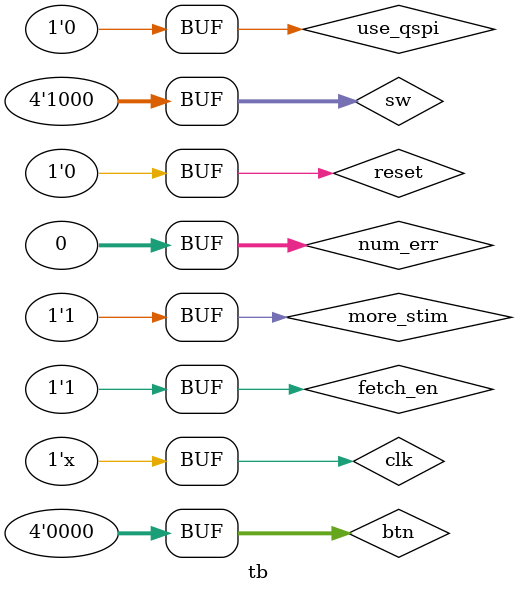
<source format=sv>
`timescale 1ns/10ps

module tb;


logic clk;
logic reset;
logic fetch_en;


initial begin
    clk = 1'b0;
    reset = 1'b1;
    fetch_en = 1'b0;
    #150
    reset = 1'b0;
    #10000
    fetch_en = 1'b1;
    // sim_uart_load_data;
    
end

always #5 clk = ~clk;

logic uart_tx;
logic uart_rx;
wire pll_locked;

wire [3:0] sw;
wire [3:0] btn;
wire [3:0] led;

assign sw[3] = {fetch_en};
assign sw[2] = 1'b0;
assign sw[1] = 1'b0;
assign sw[0] = 1'b0;

assign btn[3] = {reset};
assign btn[2] = 1'b0;
assign btn[1] = 1'b0;
assign btn[0] = 1'b0;

assign pll_locked = led[3];

wire qspi_clk;
wire       qspi_cs_n;
wire [3:0] qspi_dq;

arty_top u_DUT (
    .xtal_in ( clk     ) ,
    .led     ( led     ) ,
    .sw      ( sw      ) ,
    .btn     ( btn     ) ,
    .qspi_clk( qspi_clk) ,
    .qspi_cs_n( qspi_cs_n) ,
    .qspi_dq( qspi_dq) ,
    .uart_rx ( uart_rx ) ,
    .uart_tx ( uart_tx ) 
);

N25Qxxx #(
    .memory_file ( "helloworld.vmf")
) u_N25Q128A13E (
    .S         ( qspi_cs_n    ) ,
    .C_        ( qspi_clk     ) ,
    .HOLD_DQ3  ( qspi_dq[3] ) ,
    .Vpp_W_DQ2 ( qspi_dq[2] ) ,
    .DQ1       ( qspi_dq[1] ) ,
    .DQ0       ( qspi_dq[0] ) ,
    .Vcc       ( 32'hffffffff ) 
);


 parameter  BAUDRATE      = 1562500; // 19200; //1562500; // 781250; // 1562500
 //parameter  BAUDRATE      = 115200; // 19200; //1562500; // 781250; // 1562500
  // use 8N1
  uart_bus
  #(
    .BAUD_RATE(BAUDRATE),
    .PARITY_EN(0)
  )
  uart
  (
    .rx         ( uart_tx ),
    .tx         ( uart_rx ),
    .rx_en      ( 1'b1    )
  );


`define SPI_STD     2'b00
`define SPI_QUAD_TX 2'b01
`define SPI_QUAD_RX 2'b10

`define SPI_SEMIPERIOD      50ns    //10Mhz SPI CLK

`define DELAY_BETWEEN_SPI   100ns

int                   num_stim,num_exp,num_cycles,num_err = 0;   // counters for statistics

logic                 more_stim = 1;

  logic [31:0]          spi_data;
  logic [31:0]          spi_data_recv;
  logic [31:0]          spi_addr;
  logic [31:0]          spi_addr_old;

  logic [63:0]          stimuli  [10000:0];                // array for the stimulus vectors
  task spi_send_cmd_addr;
    input          use_qspi;
    input    [7:0] command;
    input   [31:0] addr;
    begin
        uart_bus.send_char(command);
        uart_bus.send_char(addr[31:24]);
        uart_bus.send_char(addr[23:16]);
        uart_bus.send_char(addr[15:8]);
        uart_bus.send_char(addr[7:0]);
    end
  endtask

  task spi_send_data;
    input          use_qspi;
    input   [31:0] data;
    begin
            uart_bus.send_char(data[31:24]);
            uart_bus.send_char(data[23:16]);
            uart_bus.send_char(data[15:8]);
            uart_bus.send_char(data[7:0]);
    end
  endtask


    logic use_qspi = 0;
    
  task spi_load;
    begin
      $readmemh("../../../../sw/build/apps/helloworld/slm_files/spi_stim.txt", stimuli);  // read in the stimuli vectors  == address_value
    
      spi_addr        = stimuli[num_stim][63:32]; // assign address
      spi_data        = stimuli[num_stim][31:0];  // assign data

      $display("[SPI] Loading Instruction RAM");
      //#100  spi_send_cmd_addr(use_qspi,8'h2,spi_addr);

      spi_addr_old = spi_addr - 32'h4;

      while (more_stim)                        // loop until we have no more stimuli)
      begin
        spi_addr        = stimuli[num_stim][63:32]; // assign address
        spi_data        = stimuli[num_stim][31:0];  // assign data
        
        if(spi_addr[3:0]==4'd0) begin
            #100  spi_send_cmd_addr(use_qspi,8'h2,spi_addr);
        end

        if (spi_addr != (spi_addr_old + 32'h4))
        begin
          $display("[SPI] Prev address %h current addr %h",spi_addr_old,spi_addr);
          $display("[SPI] Loading Data RAM");
    //      #100 spi_csn  = 1'b1;
    //      #`DELAY_BETWEEN_SPI;
    //      spi_csn  = 1'b0;
          #100  spi_send_cmd_addr(use_qspi,8'h2,spi_addr);
        end
        spi_send_data(use_qspi,spi_data[31:0]);

        num_stim     = num_stim + 1;             // increment stimuli
        spi_addr_old = spi_addr;
        if (num_stim > 9999 | stimuli[num_stim]===64'bx ) // make sure we have more stimuli
          more_stim = 0;                    // if not set variable to 0, will prevent additional stimuli to be applied
      end                                   // end while loop
//      #100 spi_csn  = 1'b1;
      #`DELAY_BETWEEN_SPI;
    end
  endtask


task sim_uart_load_data;
begin
    #100;
    wait(reset==1'b0);
    
    spi_load;
    
    #30000;
    fetch_en = 1'b1;
    
    #1000_000_000;
    $stop;
end
endtask     


endmodule

</source>
